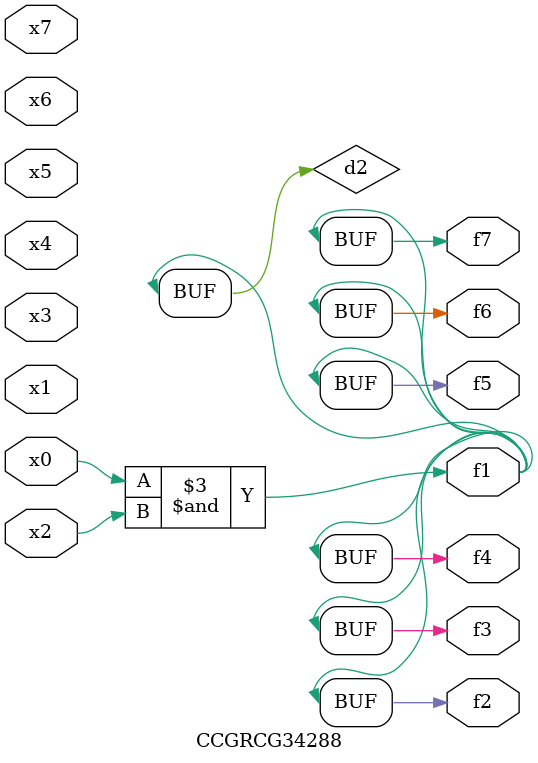
<source format=v>
module CCGRCG34288(
	input x0, x1, x2, x3, x4, x5, x6, x7,
	output f1, f2, f3, f4, f5, f6, f7
);

	wire d1, d2;

	nor (d1, x3, x6);
	and (d2, x0, x2);
	assign f1 = d2;
	assign f2 = d2;
	assign f3 = d2;
	assign f4 = d2;
	assign f5 = d2;
	assign f6 = d2;
	assign f7 = d2;
endmodule

</source>
